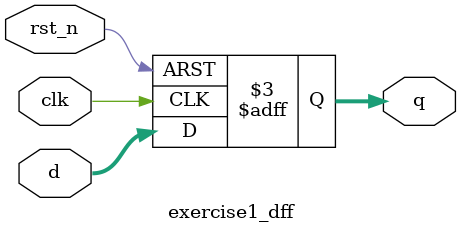
<source format=sv>

`timescale 1ns / 100ps

module exercise1_dff #(
    parameter int WIDTH = 8
) (
    input  logic             clk,
    input  logic             rst_n,
    input  logic [WIDTH-1:0] d,
    output logic [WIDTH-1:0] q
);
  always_ff @(posedge clk or negedge rst_n) begin
    if (!rst_n) q <= '0;
    else q <= d;
  end
endmodule : exercise1_dff

</source>
